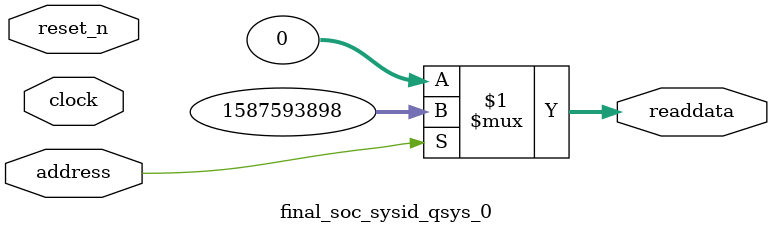
<source format=v>



// synthesis translate_off
`timescale 1ns / 1ps
// synthesis translate_on

// turn off superfluous verilog processor warnings 
// altera message_level Level1 
// altera message_off 10034 10035 10036 10037 10230 10240 10030 

module final_soc_sysid_qsys_0 (
               // inputs:
                address,
                clock,
                reset_n,

               // outputs:
                readdata
             )
;

  output  [ 31: 0] readdata;
  input            address;
  input            clock;
  input            reset_n;

  wire    [ 31: 0] readdata;
  //control_slave, which is an e_avalon_slave
  assign readdata = address ? 1587593898 : 0;

endmodule



</source>
